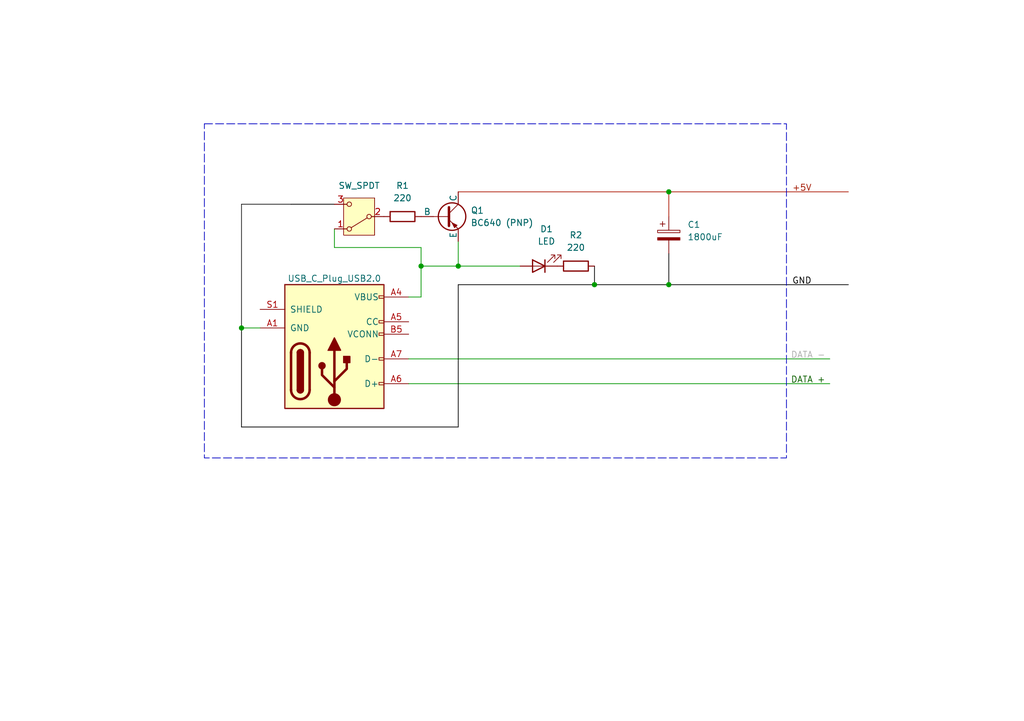
<source format=kicad_sch>
(kicad_sch (version 20250114) (generator "eeschema") (generator_version "9.0")
  (paper "A5")
  (title_block (date "2025-03-30"))
  (lib_symbols
    (symbol "Connector:USB_C_Plug_USB2.0" (pin_names (offset 1.016))
      (property "Reference" "P1" (at 0 22.86 0))
      (property "Value" "USB_C_Plug_USB2.0" (at 0 20.32 0))
      (symbol "USB_C_Plug_USB2.0_0_0"
        (rectangle (start 10.16 15.494) (end 9.144 14.986))
        (rectangle (start 10.16 10.414) (end 9.144 9.906))
        (rectangle (start 10.16 7.874) (end 9.144 7.366))
        (rectangle (start 10.16 2.794) (end 9.144 2.286))
        (rectangle (start 10.16 -2.286) (end 9.144 -2.794))
      )
      (symbol "USB_C_Plug_USB2.0_0_1"
        (rectangle (start -10.16 17.78) (end 10.16 -7.62) (stroke (width 0.254)) (fill (type background)))
        (polyline (pts (xy -8.89 -3.81) (xy -8.89 3.81)) (stroke (width 0.508)))
        (rectangle (start -7.62 -3.81) (end -6.35 3.81) (stroke (width 0.254)) (fill (type outline)))
        (arc (start -7.62 3.81) (mid -6.985 4.4423) (end -6.35 3.81) (stroke (width 0.254)))
        (arc (start -7.62 3.81) (mid -6.985 4.4423) (end -6.35 3.81) (stroke (width 0.254)) (fill (type outline)))
        (arc (start -8.89 3.81) (mid -6.985 5.7067) (end -5.08 3.81) (stroke (width 0.508)))
        (arc (start -5.08 -3.81) (mid -6.985 -5.7067) (end -8.89 -3.81) (stroke (width 0.508)))
        (arc (start -6.35 -3.81) (mid -6.985 -4.4423) (end -7.62 -3.81) (stroke (width 0.254)))
        (arc (start -6.35 -3.81) (mid -6.985 -4.4423) (end -7.62 -3.81) (stroke (width 0.254)) (fill (type outline)))
        (polyline (pts (xy -5.08 3.81) (xy -5.08 -3.81)) (stroke (width 0.508)))
        (circle (center -2.54 1.143) (radius 0.635) (stroke (width 0.254)) (fill (type outline)))
        (polyline (pts (xy -1.27 4.318) (xy 0 6.858) (xy 1.27 4.318) (xy -1.27 4.318)) (stroke (width 0.254)) (fill (type outline)))
        (polyline (pts (xy 0 -2.032) (xy 2.54 0.508) (xy 2.54 1.778)) (stroke (width 0.508)))
        (polyline (pts (xy 0 -3.302) (xy -2.54 -0.762) (xy -2.54 0.508)) (stroke (width 0.508)))
        (polyline (pts (xy 0 -5.842) (xy 0 4.318)) (stroke (width 0.508)))
        (circle (center 0 -5.842) (radius 1.27) (fill (type outline)))
        (rectangle (start 1.905 1.778) (end 3.175 3.048) (stroke (width 0.254)) (fill (type outline)))
      )
      (symbol "USB_C_Plug_USB2.0_1_1"
        (pin passive line (at -15.24 12.7 0) (length 5.08) (name "SHIELD") (number "S1"))
        (pin passive line (at -15.24 8.89 0) (length 5.08) (name "GND") (number "A1"))
        (pin passive line (at 0 -22.86 90) (length 5.08) (hide yes) (name "GND") (number "A12"))
        (pin passive line (at 0 -22.86 90) (length 5.08) (hide yes) (name "GND") (number "B1"))
        (pin passive line (at 0 -22.86 90) (length 5.08) (hide yes) (name "GND") (number "B12"))
        (pin passive line (at 15.24 15.24 180) (length 5.08) (name "VBUS") (number "A4"))
        (pin passive line (at 15.24 15.24 180) (length 5.08) (hide yes) (name "VBUS") (number "A9"))
        (pin passive line (at 15.24 15.24 180) (length 5.08) (hide yes) (name "VBUS") (number "B4"))
        (pin passive line (at 15.24 15.24 180) (length 5.08) (hide yes) (name "VBUS") (number "B9"))
        (pin bidirectional line (at 15.24 10.16 180) (length 5.08) (name "CC") (number "A5"))
        (pin bidirectional line (at 15.24 7.62 180) (length 5.08) (name "VCONN") (number "B5"))
        (pin bidirectional line (at 15.24 2.54 180) (length 5.08) (name "D-") (number "A7"))
        (pin bidirectional line (at 15.24 -2.54 180) (length 5.08) (name "D+") (number "A6"))
      )
    )
    (symbol "Device:C_Polarized" (pin_numbers (hide yes)) (pin_names (offset 0.254))
      (property "Reference" "C" (at 0.635 2.54 0))
      (property "Value" "C_Polarized" (at 0.635 -2.54 0))
      (symbol "C_Polarized_0_1"
        (rectangle (start -2.286 0.508) (end 2.286 1.016))
        (polyline (pts (xy -1.778 2.286) (xy -0.762 2.286)))
        (polyline (pts (xy -1.27 2.794) (xy -1.27 1.778)))
        (rectangle (start 2.286 -0.508) (end -2.286 -1.016) (fill (type outline)))
      )
      (symbol "C_Polarized_1_1"
        (pin passive line (at 0 3.81 270) (length 2.794) (name "~") (number "1"))
        (pin passive line (at 0 -3.81 90) (length 2.794) (name "~") (number "2"))
      )
    )
    (symbol "Device:LED" (pin_numbers (hide yes)) (pin_names (offset 1.016) (hide yes))
      (property "Reference" "D" (at 0 2.54 0))
      (property "Value" "LED" (at 0 -2.54 0))
      (symbol "LED_0_1"
        (polyline (pts (xy -3.048 -0.762) (xy -4.572 -2.286) (xy -3.81 -2.286) (xy -4.572 -2.286) (xy -4.572 -1.524)))
        (polyline (pts (xy -1.778 -0.762) (xy -3.302 -2.286) (xy -2.54 -2.286) (xy -3.302 -2.286) (xy -3.302 -1.524)))
        (polyline (pts (xy -1.27 0) (xy 1.27 0)))
        (polyline (pts (xy -1.27 -1.27) (xy -1.27 1.27)) (stroke (width 0.254)))
        (polyline (pts (xy 1.27 -1.27) (xy 1.27 1.27) (xy -1.27 0) (xy 1.27 -1.27)) (stroke (width 0.254)))
      )
      (symbol "LED_1_1"
        (pin passive line (at -3.81 0 0) (length 2.54) (name "K") (number "1"))
        (pin passive line (at 3.81 0 180) (length 2.54) (name "A") (number "2"))
      )
    )
    (symbol "Device:R" (pin_numbers (hide yes)) (pin_names (offset 0))
      (property "Reference" "R" (at 2.032 0 90))
      (property "Value" "R" (at 0 0 90))
      (symbol "R_0_1"
        (rectangle (start -1.016 -2.54) (end 1.016 2.54) (stroke (width 0.254)))
      )
      (symbol "R_1_1"
        (pin passive line (at 0 3.81 270) (length 1.27) (name "~") (number "1"))
        (pin passive line (at 0 -3.81 90) (length 1.27) (name "~") (number "2"))
      )
    )
    (symbol "Simulation_SPICE:PNP" (pin_numbers (hide yes)) (pin_names (offset 0))
      (property "Reference" "Q" (at -2.54 7.62 0))
      (property "Value" "PNP" (at -2.54 5.08 0))
      (symbol "PNP_0_1"
        (polyline (pts (xy -2.54 0) (xy 0.635 0)) (stroke (width 0.1524)))
        (polyline (pts (xy 0.635 1.905) (xy 0.635 -1.905) (xy 0.635 -1.905)) (stroke (width 0.508)))
        (polyline (pts (xy 0.635 0.635) (xy 2.54 2.54)))
        (polyline (pts (xy 0.635 -0.635) (xy 2.54 -2.54) (xy 2.54 -2.54)))
        (circle (center 1.27 0) (radius 2.8194) (stroke (width 0.254)))
        (polyline (pts (xy 2.286 -1.778) (xy 1.778 -2.286) (xy 1.27 -1.27) (xy 2.286 -1.778) (xy 2.286 -1.778)) (fill (type outline)))
      )
      (symbol "PNP_1_1"
        (pin input line (at -5.08 0 0) (length 2.54) (name "B") (number "2"))
        (pin open_collector line (at 2.54 5.08 270) (length 2.54) (name "C") (number "1"))
        (pin open_emitter line (at 2.54 -5.08 90) (length 2.54) (name "E") (number "3"))
      )
    )
    (symbol "Switch:SW_SPDT" (pin_names (offset 0) (hide yes))
      (property "Reference" "SW" (at 0 5.08 0))
      (property "Value" "SW_SPDT" (at 0 -5.08 0))
      (symbol "SW_SPDT_0_1"
        (circle (center -2.032 0) (radius 0.4572))
        (polyline (pts (xy -1.651 0.254) (xy 1.651 2.286)))
        (circle (center 2.032 2.54) (radius 0.4572))
        (circle (center 2.032 -2.54) (radius 0.4572))
      )
      (symbol "SW_SPDT_1_1"
        (rectangle (start -3.175 3.81) (end 3.175 -3.81) (fill (type background)))
        (pin passive line (at -5.08 0 0) (length 2.54) (name "B") (number "2"))
        (pin passive line (at 5.08 2.54 180) (length 2.54) (name "A") (number "1"))
        (pin passive line (at 5.08 -2.54 180) (length 2.54) (name "C") (number "3"))
      )
    )
  )
  (rectangle (start 41.91 25.4) (end 161.29 93.98) (stroke (width 0) (type dash)))
  (text "DATA +" (at 165.735 78.105 0) (effects (font (size 1.27 1.27))))
  (text "+5V" (at 164.465 38.735 0) (effects (font (size 1.27 1.27))))
  (text "DATA -" (at 165.735 73.025 0) (effects (font (size 1.27 1.27))))
  (text "GND" (at 164.465 57.785 0) (effects (font (size 1.27 1.27))))
  (junction (at 49.53 67.31))
  (junction (at 137.16 39.37))
  (junction (at 121.92 58.42))
  (junction (at 86.36 54.61))
  (junction (at 93.98 54.61))
  (junction (at 137.16 58.42))
  (wire (pts (xy 49.53 41.91) (xy 49.53 67.31)) (stroke (width 0) (color 30 30 30 1)))
  (wire (pts (xy 86.36 54.61) (xy 86.36 50.8)))
  (wire (pts (xy 86.36 50.8) (xy 68.58 50.8)))
  (wire (pts (xy 121.92 54.61) (xy 121.92 58.42)) (stroke (width 0) (color 0 0 0 1)))
  (wire (pts (xy 83.82 78.74) (xy 170.18 78.74)))
  (wire (pts (xy 86.36 54.61) (xy 86.36 60.96)))
  (wire (pts (xy 121.92 58.42) (xy 137.16 58.42)) (stroke (width 0) (color 0 0 0 1)))
  (wire (pts (xy 137.16 39.37) (xy 173.99 39.37)) (stroke (width 0) (color 171 21 1 1)))
  (wire (pts (xy 86.36 54.61) (xy 93.98 54.61)))
  (wire (pts (xy 137.16 52.07) (xy 137.16 58.42)) (stroke (width 0) (color 0 0 0 1)))
  (wire (pts (xy 93.98 54.61) (xy 106.68 54.61)))
  (wire (pts (xy 93.98 58.42) (xy 121.92 58.42)) (stroke (width 0) (color 0 0 0 1)))
  (wire (pts (xy 93.98 54.61) (xy 93.98 49.53)))
  (wire (pts (xy 137.16 58.42) (xy 173.99 58.42)) (stroke (width 0) (color 0 0 0 1)))
  (wire (pts (xy 83.82 73.66) (xy 170.18 73.66)))
  (wire (pts (xy 93.98 58.42) (xy 93.98 87.63)) (stroke (width 0) (color 0 0 0 1)))
  (wire (pts (xy 93.98 39.37) (xy 137.16 39.37)) (stroke (width 0) (color 171 21 1 1)))
  (wire (pts (xy 137.16 39.37) (xy 137.16 44.45)) (stroke (width 0) (color 171 21 1 1)))
  (wire (pts (xy 93.98 87.63) (xy 49.53 87.63)) (stroke (width 0) (color 0 0 0 1)))
  (wire (pts (xy 49.53 41.91) (xy 59.69 41.91)) (stroke (width 0) (color 30 30 30 1)))
  (wire (pts (xy 68.58 50.8) (xy 68.58 46.99)))
  (wire (pts (xy 49.53 87.63) (xy 49.53 67.31)) (stroke (width 0) (color 0 0 0 1)))
  (wire (pts (xy 53.34 67.31) (xy 49.53 67.31)))
  (wire (pts (xy 83.82 60.96) (xy 86.36 60.96)))
  (wire (pts (xy 59.69 41.91) (xy 68.58 41.91)) (stroke (width 0) (color 0 0 0 1)))
  (symbol (lib_id "Device:R") (at 82.55 44.45 90) (unit 1)
    (property "Reference" "R1" (at 82.55 38.1 90))
    (property "Value" "220" (at 82.55 40.64 90))
    (property "Footprint" "Resistor_THT:R_Axial_DIN0207_L6.3mm_D2.5mm_P10.16mm_Horizontal" (effects (hide yes)))
    (property "Description" "Resistor" (effects (hide yes)))
  )
  (symbol (lib_id "Switch:SW_SPDT") (at 73.66 44.45 180) (unit 1)
    (property "Reference" "SW1" (effects (hide yes)))
    (property "Value" "SW_SPDT" (at 73.66 38.1 0))
    (property "Description" "Switch, single pole double throw" (effects (hide yes)))
  )
  (symbol (lib_id "Connector:USB_C_Plug_USB2.0") (at 68.58 76.2 0) (unit 1)
    (property "Reference" "P1" (effects (hide yes)))
    (property "Value" "USB_C_Plug_USB2.0" (at 68.58 57.15 0))
    (property "Footprint" "Connector_USB:USB_C_Receptacle_Molex_105450-0101" (effects (hide yes)))
    (property "Datasheet" "https://www.usb.org/sites/default/files/documents/usb_type-c.zip" (effects (hide yes)))
    (property "Description" "USB 2.0-only Type-C Plug connector" (effects (hide yes)))
  )
  (symbol (lib_id "Device:LED") (at 110.49 54.61 180) (unit 1)
    (property "Reference" "D1" (at 112.0775 46.99 0))
    (property "Value" "LED" (at 112.0775 49.53 0))
    (property "Footprint" "LED_THT:LED_D3.0mm" (effects (hide yes)))
    (property "Description" "Light emitting diode" (effects (hide yes)))
    (property "Sim.Pins" "1=K 2=A" (effects (hide yes)))
  )
  (symbol (lib_id "Device:C_Polarized") (at 137.16 48.26 0) (unit 1)
    (property "Reference" "C1" (at 140.97 46.1009 0) (effects (justify left)))
    (property "Value" "1800uF" (at 140.97 48.6409 0) (effects (justify left)))
    (property "Footprint" "Capacitor_THT:CP_Radial_D8.0mm_P3.50mm" (effects (hide yes)))
    (property "Description" "Polarized capacitor" (effects (hide yes)))
  )
  (symbol (lib_id "Device:R") (at 118.11 54.61 90) (unit 1)
    (property "Reference" "R2" (at 118.11 48.26 90))
    (property "Value" "220" (at 118.11 50.8 90))
    (property "Footprint" "Resistor_THT:R_Axial_DIN0207_L6.3mm_D2.5mm_P10.16mm_Horizontal" (effects (hide yes)))
    (property "Description" "Resistor" (effects (hide yes)))
  )
  (symbol (lib_id "Simulation_SPICE:PNP") (at 91.44 44.45 0) (unit 1)
    (property "Reference" "Q1" (at 96.52 43.1799 0) (effects (justify left)))
    (property "Value" "BC640 (PNP)" (at 96.52 45.7199 0) (effects (justify left)))
    (property "Footprint" "Package_TO_SOT_THT:TO-92" (effects (hide yes)))
    (property "Datasheet" "https://ngspice.sourceforge.io/docs/ngspice-html-manual/manual.xhtml#cha_BJTs" (effects (hide yes)))
    (property "Description" "Bipolar transistor symbol for simulation only, substrate tied to the emitter" (effects (hide yes)))
    (property "Sim.Device" "PNP" (effects (hide yes)))
    (property "Sim.Type" "GUMMELPOON" (effects (hide yes)))
    (property "Sim.Pins" "1=C 2=B 3=E" (effects (hide yes)))
  )
)
</source>
